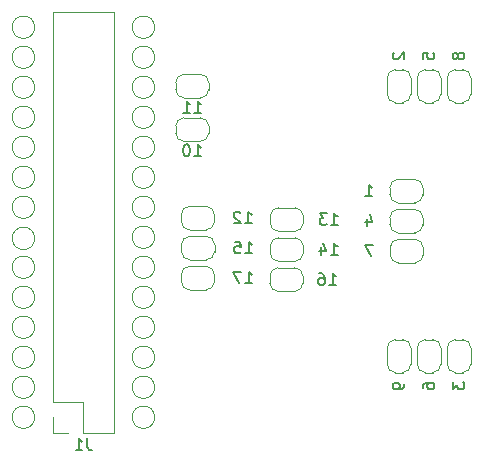
<source format=gbr>
%TF.GenerationSoftware,KiCad,Pcbnew,(6.0.4)*%
%TF.CreationDate,2024-03-23T15:20:54+02:00*%
%TF.ProjectId,EEE3088 Sensing,45454533-3038-4382-9053-656e73696e67,R1.0*%
%TF.SameCoordinates,Original*%
%TF.FileFunction,Legend,Bot*%
%TF.FilePolarity,Positive*%
%FSLAX46Y46*%
G04 Gerber Fmt 4.6, Leading zero omitted, Abs format (unit mm)*
G04 Created by KiCad (PCBNEW (6.0.4)) date 2024-03-23 15:20:54*
%MOMM*%
%LPD*%
G01*
G04 APERTURE LIST*
G04 Aperture macros list*
%AMFreePoly0*
4,1,22,0.500000,-0.750000,0.000000,-0.750000,0.000000,-0.745033,-0.079941,-0.743568,-0.215256,-0.701293,-0.333266,-0.622738,-0.424486,-0.514219,-0.481581,-0.384460,-0.499164,-0.250000,-0.500000,-0.250000,-0.500000,0.250000,-0.499164,0.250000,-0.499963,0.256109,-0.478152,0.396186,-0.417904,0.524511,-0.324060,0.630769,-0.204165,0.706417,-0.067858,0.745374,0.000000,0.744959,0.000000,0.750000,
0.500000,0.750000,0.500000,-0.750000,0.500000,-0.750000,$1*%
%AMFreePoly1*
4,1,20,0.000000,0.744959,0.073905,0.744508,0.209726,0.703889,0.328688,0.626782,0.421226,0.519385,0.479903,0.390333,0.500000,0.250000,0.500000,-0.250000,0.499851,-0.262216,0.476331,-0.402017,0.414519,-0.529596,0.319384,-0.634700,0.198574,-0.708877,0.061801,-0.746166,0.000000,-0.745033,0.000000,-0.750000,-0.500000,-0.750000,-0.500000,0.750000,0.000000,0.750000,0.000000,0.744959,
0.000000,0.744959,$1*%
G04 Aperture macros list end*
%ADD10C,0.150000*%
%ADD11C,0.120000*%
%ADD12FreePoly0,0.000000*%
%ADD13FreePoly1,0.000000*%
%ADD14FreePoly0,180.000000*%
%ADD15FreePoly1,180.000000*%
%ADD16FreePoly0,270.000000*%
%ADD17FreePoly1,270.000000*%
%ADD18FreePoly0,90.000000*%
%ADD19FreePoly1,90.000000*%
%ADD20C,1.800000*%
%ADD21R,1.800000X1.800000*%
%ADD22O,1.700000X1.700000*%
%ADD23R,1.700000X1.700000*%
%ADD24C,1.500000*%
G04 APERTURE END LIST*
D10*
%TO.C,17*%
X134302476Y-77668380D02*
X134873904Y-77668380D01*
X134588190Y-77668380D02*
X134588190Y-76668380D01*
X134683428Y-76811238D01*
X134778666Y-76906476D01*
X134873904Y-76954095D01*
X133969142Y-76668380D02*
X133302476Y-76668380D01*
X133731047Y-77668380D01*
%TO.C,16*%
X141414476Y-77795380D02*
X141985904Y-77795380D01*
X141700190Y-77795380D02*
X141700190Y-76795380D01*
X141795428Y-76938238D01*
X141890666Y-77033476D01*
X141985904Y-77081095D01*
X140557333Y-76795380D02*
X140747809Y-76795380D01*
X140843047Y-76843000D01*
X140890666Y-76890619D01*
X140985904Y-77033476D01*
X141033523Y-77223952D01*
X141033523Y-77604904D01*
X140985904Y-77700142D01*
X140938285Y-77747761D01*
X140843047Y-77795380D01*
X140652571Y-77795380D01*
X140557333Y-77747761D01*
X140509714Y-77700142D01*
X140462095Y-77604904D01*
X140462095Y-77366809D01*
X140509714Y-77271571D01*
X140557333Y-77223952D01*
X140652571Y-77176333D01*
X140843047Y-77176333D01*
X140938285Y-77223952D01*
X140985904Y-77271571D01*
X141033523Y-77366809D01*
%TO.C,15*%
X134302476Y-75128380D02*
X134873904Y-75128380D01*
X134588190Y-75128380D02*
X134588190Y-74128380D01*
X134683428Y-74271238D01*
X134778666Y-74366476D01*
X134873904Y-74414095D01*
X133397714Y-74128380D02*
X133873904Y-74128380D01*
X133921523Y-74604571D01*
X133873904Y-74556952D01*
X133778666Y-74509333D01*
X133540571Y-74509333D01*
X133445333Y-74556952D01*
X133397714Y-74604571D01*
X133350095Y-74699809D01*
X133350095Y-74937904D01*
X133397714Y-75033142D01*
X133445333Y-75080761D01*
X133540571Y-75128380D01*
X133778666Y-75128380D01*
X133873904Y-75080761D01*
X133921523Y-75033142D01*
%TO.C,14*%
X141541476Y-75255380D02*
X142112904Y-75255380D01*
X141827190Y-75255380D02*
X141827190Y-74255380D01*
X141922428Y-74398238D01*
X142017666Y-74493476D01*
X142112904Y-74541095D01*
X140684333Y-74588714D02*
X140684333Y-75255380D01*
X140922428Y-74207761D02*
X141160523Y-74922047D01*
X140541476Y-74922047D01*
%TO.C,13*%
X141541476Y-72715380D02*
X142112904Y-72715380D01*
X141827190Y-72715380D02*
X141827190Y-71715380D01*
X141922428Y-71858238D01*
X142017666Y-71953476D01*
X142112904Y-72001095D01*
X141208142Y-71715380D02*
X140589095Y-71715380D01*
X140922428Y-72096333D01*
X140779571Y-72096333D01*
X140684333Y-72143952D01*
X140636714Y-72191571D01*
X140589095Y-72286809D01*
X140589095Y-72524904D01*
X140636714Y-72620142D01*
X140684333Y-72667761D01*
X140779571Y-72715380D01*
X141065285Y-72715380D01*
X141160523Y-72667761D01*
X141208142Y-72620142D01*
%TO.C,12*%
X134272476Y-72588380D02*
X134843904Y-72588380D01*
X134558190Y-72588380D02*
X134558190Y-71588380D01*
X134653428Y-71731238D01*
X134748666Y-71826476D01*
X134843904Y-71874095D01*
X133891523Y-71683619D02*
X133843904Y-71636000D01*
X133748666Y-71588380D01*
X133510571Y-71588380D01*
X133415333Y-71636000D01*
X133367714Y-71683619D01*
X133320095Y-71778857D01*
X133320095Y-71874095D01*
X133367714Y-72016952D01*
X133939142Y-72588380D01*
X133320095Y-72588380D01*
%TO.C,11*%
X129999476Y-63212380D02*
X130570904Y-63212380D01*
X130285190Y-63212380D02*
X130285190Y-62212380D01*
X130380428Y-62355238D01*
X130475666Y-62450476D01*
X130570904Y-62498095D01*
X129047095Y-63212380D02*
X129618523Y-63212380D01*
X129332809Y-63212380D02*
X129332809Y-62212380D01*
X129428047Y-62355238D01*
X129523285Y-62450476D01*
X129618523Y-62498095D01*
%TO.C,10*%
X129999476Y-66895380D02*
X130570904Y-66895380D01*
X130285190Y-66895380D02*
X130285190Y-65895380D01*
X130380428Y-66038238D01*
X130475666Y-66133476D01*
X130570904Y-66181095D01*
X129380428Y-65895380D02*
X129285190Y-65895380D01*
X129189952Y-65943000D01*
X129142333Y-65990619D01*
X129094714Y-66085857D01*
X129047095Y-66276333D01*
X129047095Y-66514428D01*
X129094714Y-66704904D01*
X129142333Y-66800142D01*
X129189952Y-66847761D01*
X129285190Y-66895380D01*
X129380428Y-66895380D01*
X129475666Y-66847761D01*
X129523285Y-66800142D01*
X129570904Y-66704904D01*
X129618523Y-66514428D01*
X129618523Y-66276333D01*
X129570904Y-66085857D01*
X129523285Y-65990619D01*
X129475666Y-65943000D01*
X129380428Y-65895380D01*
%TO.C,9*%
X147772380Y-86169523D02*
X147772380Y-86360000D01*
X147724761Y-86455238D01*
X147677142Y-86502857D01*
X147534285Y-86598095D01*
X147343809Y-86645714D01*
X146962857Y-86645714D01*
X146867619Y-86598095D01*
X146820000Y-86550476D01*
X146772380Y-86455238D01*
X146772380Y-86264761D01*
X146820000Y-86169523D01*
X146867619Y-86121904D01*
X146962857Y-86074285D01*
X147200952Y-86074285D01*
X147296190Y-86121904D01*
X147343809Y-86169523D01*
X147391428Y-86264761D01*
X147391428Y-86455238D01*
X147343809Y-86550476D01*
X147296190Y-86598095D01*
X147200952Y-86645714D01*
%TO.C,8*%
X152280952Y-58324761D02*
X152233333Y-58229523D01*
X152185714Y-58181904D01*
X152090476Y-58134285D01*
X152042857Y-58134285D01*
X151947619Y-58181904D01*
X151900000Y-58229523D01*
X151852380Y-58324761D01*
X151852380Y-58515238D01*
X151900000Y-58610476D01*
X151947619Y-58658095D01*
X152042857Y-58705714D01*
X152090476Y-58705714D01*
X152185714Y-58658095D01*
X152233333Y-58610476D01*
X152280952Y-58515238D01*
X152280952Y-58324761D01*
X152328571Y-58229523D01*
X152376190Y-58181904D01*
X152471428Y-58134285D01*
X152661904Y-58134285D01*
X152757142Y-58181904D01*
X152804761Y-58229523D01*
X152852380Y-58324761D01*
X152852380Y-58515238D01*
X152804761Y-58610476D01*
X152757142Y-58658095D01*
X152661904Y-58705714D01*
X152471428Y-58705714D01*
X152376190Y-58658095D01*
X152328571Y-58610476D01*
X152280952Y-58515238D01*
%TO.C,7*%
X145143333Y-74382380D02*
X144476666Y-74382380D01*
X144905238Y-75382380D01*
%TO.C,6*%
X149312380Y-86550476D02*
X149312380Y-86360000D01*
X149360000Y-86264761D01*
X149407619Y-86217142D01*
X149550476Y-86121904D01*
X149740952Y-86074285D01*
X150121904Y-86074285D01*
X150217142Y-86121904D01*
X150264761Y-86169523D01*
X150312380Y-86264761D01*
X150312380Y-86455238D01*
X150264761Y-86550476D01*
X150217142Y-86598095D01*
X150121904Y-86645714D01*
X149883809Y-86645714D01*
X149788571Y-86598095D01*
X149740952Y-86550476D01*
X149693333Y-86455238D01*
X149693333Y-86264761D01*
X149740952Y-86169523D01*
X149788571Y-86121904D01*
X149883809Y-86074285D01*
%TO.C,5*%
X149312380Y-58658095D02*
X149312380Y-58181904D01*
X149788571Y-58134285D01*
X149740952Y-58181904D01*
X149693333Y-58277142D01*
X149693333Y-58515238D01*
X149740952Y-58610476D01*
X149788571Y-58658095D01*
X149883809Y-58705714D01*
X150121904Y-58705714D01*
X150217142Y-58658095D01*
X150264761Y-58610476D01*
X150312380Y-58515238D01*
X150312380Y-58277142D01*
X150264761Y-58181904D01*
X150217142Y-58134285D01*
%TO.C,4*%
X144589523Y-72175714D02*
X144589523Y-72842380D01*
X144827619Y-71794761D02*
X145065714Y-72509047D01*
X144446666Y-72509047D01*
%TO.C,3*%
X151852380Y-86026666D02*
X151852380Y-86645714D01*
X152233333Y-86312380D01*
X152233333Y-86455238D01*
X152280952Y-86550476D01*
X152328571Y-86598095D01*
X152423809Y-86645714D01*
X152661904Y-86645714D01*
X152757142Y-86598095D01*
X152804761Y-86550476D01*
X152852380Y-86455238D01*
X152852380Y-86169523D01*
X152804761Y-86074285D01*
X152757142Y-86026666D01*
%TO.C,2*%
X146867619Y-58134285D02*
X146820000Y-58181904D01*
X146772380Y-58277142D01*
X146772380Y-58515238D01*
X146820000Y-58610476D01*
X146867619Y-58658095D01*
X146962857Y-58705714D01*
X147058095Y-58705714D01*
X147200952Y-58658095D01*
X147772380Y-58086666D01*
X147772380Y-58705714D01*
%TO.C,1*%
X144464285Y-70302380D02*
X145035714Y-70302380D01*
X144750000Y-70302380D02*
X144750000Y-69302380D01*
X144845238Y-69445238D01*
X144940476Y-69540476D01*
X145035714Y-69588095D01*
%TO.C,J1*%
X120928333Y-90782380D02*
X120928333Y-91496666D01*
X120975952Y-91639523D01*
X121071190Y-91734761D01*
X121214047Y-91782380D01*
X121309285Y-91782380D01*
X119928333Y-91782380D02*
X120499761Y-91782380D01*
X120214047Y-91782380D02*
X120214047Y-90782380D01*
X120309285Y-90925238D01*
X120404523Y-91020476D01*
X120499761Y-91068095D01*
D11*
%TO.C,17*%
X129587000Y-78216000D02*
X130987000Y-78216000D01*
X130987000Y-76216000D02*
X129587000Y-76216000D01*
X131687000Y-77516000D02*
X131687000Y-76916000D01*
X128887000Y-76916000D02*
X128887000Y-77516000D01*
X130987000Y-78216000D02*
G75*
G03*
X131687000Y-77516000I0J700000D01*
G01*
X128887000Y-77516000D02*
G75*
G03*
X129587000Y-78216000I699999J-1D01*
G01*
X129587000Y-76216000D02*
G75*
G03*
X128887000Y-76916000I-1J-699999D01*
G01*
X131687000Y-76916000D02*
G75*
G03*
X130987000Y-76216000I-700000J0D01*
G01*
%TO.C,16*%
X137080000Y-78343000D02*
X138480000Y-78343000D01*
X138480000Y-76343000D02*
X137080000Y-76343000D01*
X139180000Y-77643000D02*
X139180000Y-77043000D01*
X136380000Y-77043000D02*
X136380000Y-77643000D01*
X138480000Y-78343000D02*
G75*
G03*
X139180000Y-77643000I0J700000D01*
G01*
X136380000Y-77643000D02*
G75*
G03*
X137080000Y-78343000I699999J-1D01*
G01*
X137080000Y-76343000D02*
G75*
G03*
X136380000Y-77043000I-1J-699999D01*
G01*
X139180000Y-77043000D02*
G75*
G03*
X138480000Y-76343000I-700000J0D01*
G01*
%TO.C,15*%
X131002000Y-73676000D02*
X129602000Y-73676000D01*
X129602000Y-75676000D02*
X131002000Y-75676000D01*
X128902000Y-74376000D02*
X128902000Y-74976000D01*
X131702000Y-74976000D02*
X131702000Y-74376000D01*
X129602000Y-73676000D02*
G75*
G03*
X128902000Y-74376000I0J-700000D01*
G01*
X131702000Y-74376000D02*
G75*
G03*
X131002000Y-73676000I-699999J1D01*
G01*
X131002000Y-75676000D02*
G75*
G03*
X131702000Y-74976000I1J699999D01*
G01*
X128902000Y-74976000D02*
G75*
G03*
X129602000Y-75676000I700000J0D01*
G01*
%TO.C,14*%
X137110000Y-75803000D02*
X138510000Y-75803000D01*
X138510000Y-73803000D02*
X137110000Y-73803000D01*
X139210000Y-75103000D02*
X139210000Y-74503000D01*
X136410000Y-74503000D02*
X136410000Y-75103000D01*
X138510000Y-75803000D02*
G75*
G03*
X139210000Y-75103000I0J700000D01*
G01*
X136410000Y-75103000D02*
G75*
G03*
X137110000Y-75803000I699999J-1D01*
G01*
X137110000Y-73803000D02*
G75*
G03*
X136410000Y-74503000I-1J-699999D01*
G01*
X139210000Y-74503000D02*
G75*
G03*
X138510000Y-73803000I-700000J0D01*
G01*
%TO.C,13*%
X137110000Y-73263000D02*
X138510000Y-73263000D01*
X138510000Y-71263000D02*
X137110000Y-71263000D01*
X139210000Y-72563000D02*
X139210000Y-71963000D01*
X136410000Y-71963000D02*
X136410000Y-72563000D01*
X138510000Y-73263000D02*
G75*
G03*
X139210000Y-72563000I0J700000D01*
G01*
X136410000Y-72563000D02*
G75*
G03*
X137110000Y-73263000I699999J-1D01*
G01*
X137110000Y-71263000D02*
G75*
G03*
X136410000Y-71963000I-1J-699999D01*
G01*
X139210000Y-71963000D02*
G75*
G03*
X138510000Y-71263000I-700000J0D01*
G01*
%TO.C,12*%
X129587000Y-73136000D02*
X130987000Y-73136000D01*
X130987000Y-71136000D02*
X129587000Y-71136000D01*
X131687000Y-72436000D02*
X131687000Y-71836000D01*
X128887000Y-71836000D02*
X128887000Y-72436000D01*
X130987000Y-73136000D02*
G75*
G03*
X131687000Y-72436000I0J700000D01*
G01*
X128887000Y-72436000D02*
G75*
G03*
X129587000Y-73136000I699999J-1D01*
G01*
X129587000Y-71136000D02*
G75*
G03*
X128887000Y-71836000I-1J-699999D01*
G01*
X131687000Y-71836000D02*
G75*
G03*
X130987000Y-71136000I-700000J0D01*
G01*
%TO.C,11*%
X129109000Y-61960000D02*
X130509000Y-61960000D01*
X130509000Y-59960000D02*
X129109000Y-59960000D01*
X131209000Y-61260000D02*
X131209000Y-60660000D01*
X128409000Y-60660000D02*
X128409000Y-61260000D01*
X130509000Y-61960000D02*
G75*
G03*
X131209000Y-61260000I0J700000D01*
G01*
X128409000Y-61260000D02*
G75*
G03*
X129109000Y-61960000I699999J-1D01*
G01*
X129109000Y-59960000D02*
G75*
G03*
X128409000Y-60660000I-1J-699999D01*
G01*
X131209000Y-60660000D02*
G75*
G03*
X130509000Y-59960000I-700000J0D01*
G01*
%TO.C,10*%
X129109000Y-65643000D02*
X130509000Y-65643000D01*
X130509000Y-63643000D02*
X129109000Y-63643000D01*
X131209000Y-64943000D02*
X131209000Y-64343000D01*
X128409000Y-64343000D02*
X128409000Y-64943000D01*
X130509000Y-65643000D02*
G75*
G03*
X131209000Y-64943000I0J700000D01*
G01*
X128409000Y-64943000D02*
G75*
G03*
X129109000Y-65643000I699999J-1D01*
G01*
X129109000Y-63643000D02*
G75*
G03*
X128409000Y-64343000I-1J-699999D01*
G01*
X131209000Y-64343000D02*
G75*
G03*
X130509000Y-63643000I-700000J0D01*
G01*
%TO.C,9*%
X146320000Y-83120000D02*
X146320000Y-84520000D01*
X148320000Y-84520000D02*
X148320000Y-83120000D01*
X147020000Y-85220000D02*
X147620000Y-85220000D01*
X147620000Y-82420000D02*
X147020000Y-82420000D01*
X146320000Y-84520000D02*
G75*
G03*
X147020000Y-85220000I700000J0D01*
G01*
X147020000Y-82420000D02*
G75*
G03*
X146320000Y-83120000I-1J-699999D01*
G01*
X148320000Y-83120000D02*
G75*
G03*
X147620000Y-82420000I-699999J1D01*
G01*
X147620000Y-85220000D02*
G75*
G03*
X148320000Y-84520000I0J700000D01*
G01*
%TO.C,8*%
X153400000Y-61660000D02*
X153400000Y-60260000D01*
X151400000Y-60260000D02*
X151400000Y-61660000D01*
X152700000Y-59560000D02*
X152100000Y-59560000D01*
X152100000Y-62360000D02*
X152700000Y-62360000D01*
X153400000Y-60260000D02*
G75*
G03*
X152700000Y-59560000I-700000J0D01*
G01*
X152700000Y-62360000D02*
G75*
G03*
X153400000Y-61660000I1J699999D01*
G01*
X151400000Y-61660000D02*
G75*
G03*
X152100000Y-62360000I699999J-1D01*
G01*
X152100000Y-59560000D02*
G75*
G03*
X151400000Y-60260000I0J-700000D01*
G01*
%TO.C,7*%
X147270000Y-75930000D02*
X148670000Y-75930000D01*
X148670000Y-73930000D02*
X147270000Y-73930000D01*
X149370000Y-75230000D02*
X149370000Y-74630000D01*
X146570000Y-74630000D02*
X146570000Y-75230000D01*
X148670000Y-75930000D02*
G75*
G03*
X149370000Y-75230000I0J700000D01*
G01*
X146570000Y-75230000D02*
G75*
G03*
X147270000Y-75930000I699999J-1D01*
G01*
X147270000Y-73930000D02*
G75*
G03*
X146570000Y-74630000I-1J-699999D01*
G01*
X149370000Y-74630000D02*
G75*
G03*
X148670000Y-73930000I-700000J0D01*
G01*
%TO.C,6*%
X148860000Y-83120000D02*
X148860000Y-84520000D01*
X150860000Y-84520000D02*
X150860000Y-83120000D01*
X149560000Y-85220000D02*
X150160000Y-85220000D01*
X150160000Y-82420000D02*
X149560000Y-82420000D01*
X148860000Y-84520000D02*
G75*
G03*
X149560000Y-85220000I700000J0D01*
G01*
X149560000Y-82420000D02*
G75*
G03*
X148860000Y-83120000I-1J-699999D01*
G01*
X150860000Y-83120000D02*
G75*
G03*
X150160000Y-82420000I-699999J1D01*
G01*
X150160000Y-85220000D02*
G75*
G03*
X150860000Y-84520000I0J700000D01*
G01*
%TO.C,5*%
X150860000Y-61660000D02*
X150860000Y-60260000D01*
X148860000Y-60260000D02*
X148860000Y-61660000D01*
X150160000Y-59560000D02*
X149560000Y-59560000D01*
X149560000Y-62360000D02*
X150160000Y-62360000D01*
X150860000Y-60260000D02*
G75*
G03*
X150160000Y-59560000I-700000J0D01*
G01*
X150160000Y-62360000D02*
G75*
G03*
X150860000Y-61660000I1J699999D01*
G01*
X148860000Y-61660000D02*
G75*
G03*
X149560000Y-62360000I699999J-1D01*
G01*
X149560000Y-59560000D02*
G75*
G03*
X148860000Y-60260000I0J-700000D01*
G01*
%TO.C,4*%
X147240000Y-73390000D02*
X148640000Y-73390000D01*
X148640000Y-71390000D02*
X147240000Y-71390000D01*
X149340000Y-72690000D02*
X149340000Y-72090000D01*
X146540000Y-72090000D02*
X146540000Y-72690000D01*
X148640000Y-73390000D02*
G75*
G03*
X149340000Y-72690000I0J700000D01*
G01*
X146540000Y-72690000D02*
G75*
G03*
X147240000Y-73390000I699999J-1D01*
G01*
X147240000Y-71390000D02*
G75*
G03*
X146540000Y-72090000I-1J-699999D01*
G01*
X149340000Y-72090000D02*
G75*
G03*
X148640000Y-71390000I-700000J0D01*
G01*
%TO.C,3*%
X151400000Y-83120000D02*
X151400000Y-84520000D01*
X153400000Y-84520000D02*
X153400000Y-83120000D01*
X152100000Y-85220000D02*
X152700000Y-85220000D01*
X152700000Y-82420000D02*
X152100000Y-82420000D01*
X151400000Y-84520000D02*
G75*
G03*
X152100000Y-85220000I700000J0D01*
G01*
X152100000Y-82420000D02*
G75*
G03*
X151400000Y-83120000I-1J-699999D01*
G01*
X153400000Y-83120000D02*
G75*
G03*
X152700000Y-82420000I-699999J1D01*
G01*
X152700000Y-85220000D02*
G75*
G03*
X153400000Y-84520000I0J700000D01*
G01*
%TO.C,2*%
X148320000Y-61660000D02*
X148320000Y-60260000D01*
X146320000Y-60260000D02*
X146320000Y-61660000D01*
X147620000Y-59560000D02*
X147020000Y-59560000D01*
X147020000Y-62360000D02*
X147620000Y-62360000D01*
X148320000Y-60260000D02*
G75*
G03*
X147620000Y-59560000I-700000J0D01*
G01*
X147620000Y-62360000D02*
G75*
G03*
X148320000Y-61660000I1J699999D01*
G01*
X146320000Y-61660000D02*
G75*
G03*
X147020000Y-62360000I699999J-1D01*
G01*
X147020000Y-59560000D02*
G75*
G03*
X146320000Y-60260000I0J-700000D01*
G01*
%TO.C,1*%
X149340000Y-69550000D02*
G75*
G03*
X148640000Y-68850000I-700000J0D01*
G01*
X147240000Y-68850000D02*
G75*
G03*
X146540000Y-69550000I-1J-699999D01*
G01*
X146540000Y-70150000D02*
G75*
G03*
X147240000Y-70850000I699999J-1D01*
G01*
X148640000Y-70850000D02*
G75*
G03*
X149340000Y-70150000I0J700000D01*
G01*
X146540000Y-69550000D02*
X146540000Y-70150000D01*
X149340000Y-70150000D02*
X149340000Y-69550000D01*
X148640000Y-68850000D02*
X147240000Y-68850000D01*
X147240000Y-70850000D02*
X148640000Y-70850000D01*
%TO.C,J1*%
X123195000Y-90330000D02*
X123195000Y-54650000D01*
X117995000Y-54650000D02*
X123195000Y-54650000D01*
X117995000Y-87730000D02*
X120595000Y-87730000D01*
X120595000Y-87730000D02*
X120595000Y-90330000D01*
X117995000Y-87730000D02*
X117995000Y-54650000D01*
X120595000Y-90330000D02*
X123195000Y-90330000D01*
X117995000Y-90330000D02*
X119325000Y-90330000D01*
X117995000Y-89000000D02*
X117995000Y-90330000D01*
%TO.C,TP12*%
X116470000Y-61060000D02*
G75*
G03*
X116470000Y-61060000I-950000J0D01*
G01*
%TO.C,TP14*%
X116470000Y-63600000D02*
G75*
G03*
X116470000Y-63600000I-950000J0D01*
G01*
%TO.C,TP2*%
X116470000Y-55980000D02*
G75*
G03*
X116470000Y-55980000I-950000J0D01*
G01*
%TO.C,TP4*%
X116470000Y-81380000D02*
G75*
G03*
X116470000Y-81380000I-950000J0D01*
G01*
%TO.C,TP18*%
X126630000Y-81380000D02*
G75*
G03*
X126630000Y-81380000I-950000J0D01*
G01*
%TO.C,TP21*%
X126630000Y-73760000D02*
G75*
G03*
X126630000Y-73760000I-950000J0D01*
G01*
%TO.C,TP11*%
X116470000Y-71220000D02*
G75*
G03*
X116470000Y-71220000I-950000J0D01*
G01*
%TO.C,TP16*%
X126630000Y-58520000D02*
G75*
G03*
X126630000Y-58520000I-950000J0D01*
G01*
%TO.C,TP1*%
X116470000Y-89000000D02*
G75*
G03*
X116470000Y-89000000I-950000J0D01*
G01*
%TO.C,TP28*%
X126630000Y-55980000D02*
G75*
G03*
X126630000Y-55980000I-950000J0D01*
G01*
%TO.C,TP19*%
X126630000Y-78840000D02*
G75*
G03*
X126630000Y-78840000I-950000J0D01*
G01*
%TO.C,TP24*%
X126630000Y-66140000D02*
G75*
G03*
X126630000Y-66140000I-950000J0D01*
G01*
%TO.C,TP17*%
X126630000Y-83920000D02*
G75*
G03*
X126630000Y-83920000I-950000J0D01*
G01*
%TO.C,TP8*%
X116470000Y-78840000D02*
G75*
G03*
X116470000Y-78840000I-950000J0D01*
G01*
%TO.C,TP26*%
X126630000Y-61060000D02*
G75*
G03*
X126630000Y-61060000I-950000J0D01*
G01*
%TO.C,TP7*%
X116470000Y-73860000D02*
G75*
G03*
X116470000Y-73860000I-950000J0D01*
G01*
%TO.C,TP10*%
X116470000Y-66140000D02*
G75*
G03*
X116470000Y-66140000I-950000J0D01*
G01*
%TO.C,TP9*%
X116470000Y-68680000D02*
G75*
G03*
X116470000Y-68680000I-950000J0D01*
G01*
%TO.C,TP5*%
X116470000Y-86460000D02*
G75*
G03*
X116470000Y-86460000I-950000J0D01*
G01*
%TO.C,TP6*%
X116470000Y-76300000D02*
G75*
G03*
X116470000Y-76300000I-950000J0D01*
G01*
%TO.C,TP15*%
X126630000Y-89000000D02*
G75*
G03*
X126630000Y-89000000I-950000J0D01*
G01*
%TO.C,TP13*%
X116470000Y-58520000D02*
G75*
G03*
X116470000Y-58520000I-950000J0D01*
G01*
%TO.C,TP20*%
X126630000Y-76300000D02*
G75*
G03*
X126630000Y-76300000I-950000J0D01*
G01*
%TO.C,TP22*%
X126630000Y-71220000D02*
G75*
G03*
X126630000Y-71220000I-950000J0D01*
G01*
%TO.C,TP27*%
X126630000Y-86460000D02*
G75*
G03*
X126630000Y-86460000I-950000J0D01*
G01*
%TO.C,TP3*%
X116470000Y-83920000D02*
G75*
G03*
X116470000Y-83920000I-950000J0D01*
G01*
%TO.C,TP25*%
X126630000Y-63600000D02*
G75*
G03*
X126630000Y-63600000I-950000J0D01*
G01*
%TO.C,TP23*%
X126630000Y-68680000D02*
G75*
G03*
X126630000Y-68680000I-950000J0D01*
G01*
%TD*%
%LPC*%
D12*
%TO.C,17*%
X129637000Y-77216000D03*
D13*
X130937000Y-77216000D03*
%TD*%
D12*
%TO.C,16*%
X137130000Y-77343000D03*
D13*
X138430000Y-77343000D03*
%TD*%
D14*
%TO.C,15*%
X130952000Y-74676000D03*
D15*
X129652000Y-74676000D03*
%TD*%
D12*
%TO.C,14*%
X137160000Y-74803000D03*
D13*
X138460000Y-74803000D03*
%TD*%
D12*
%TO.C,13*%
X137160000Y-72263000D03*
D13*
X138460000Y-72263000D03*
%TD*%
D12*
%TO.C,12*%
X129637000Y-72136000D03*
D13*
X130937000Y-72136000D03*
%TD*%
D12*
%TO.C,11*%
X129159000Y-60960000D03*
D13*
X130459000Y-60960000D03*
%TD*%
D12*
%TO.C,10*%
X129159000Y-64643000D03*
D13*
X130459000Y-64643000D03*
%TD*%
D16*
%TO.C,9*%
X147320000Y-83170000D03*
D17*
X147320000Y-84470000D03*
%TD*%
D18*
%TO.C,8*%
X152400000Y-61610000D03*
D19*
X152400000Y-60310000D03*
%TD*%
D12*
%TO.C,7*%
X147320000Y-74930000D03*
D13*
X148620000Y-74930000D03*
%TD*%
D16*
%TO.C,6*%
X149860000Y-83170000D03*
D17*
X149860000Y-84470000D03*
%TD*%
D18*
%TO.C,5*%
X149860000Y-61610000D03*
D19*
X149860000Y-60310000D03*
%TD*%
D12*
%TO.C,4*%
X147290000Y-72390000D03*
D13*
X148590000Y-72390000D03*
%TD*%
D16*
%TO.C,3*%
X152400000Y-83170000D03*
D17*
X152400000Y-84470000D03*
%TD*%
D18*
%TO.C,2*%
X147320000Y-61610000D03*
D19*
X147320000Y-60310000D03*
%TD*%
D13*
%TO.C,1*%
X148590000Y-69850000D03*
D12*
X147290000Y-69850000D03*
%TD*%
D20*
%TO.C,Q6*%
X151130000Y-89000000D03*
D21*
X148590000Y-89000000D03*
%TD*%
%TO.C,D2*%
X144830000Y-57815000D03*
D20*
X142290000Y-57815000D03*
%TD*%
%TO.C,Q4*%
X151080000Y-71220000D03*
D21*
X151080000Y-73760000D03*
%TD*%
%TO.C,Q5*%
X151130000Y-55880000D03*
D20*
X148590000Y-55880000D03*
%TD*%
D21*
%TO.C,D6*%
X142235000Y-87065000D03*
D20*
X144775000Y-87065000D03*
%TD*%
D21*
%TO.C,D1*%
X149145000Y-67415000D03*
D20*
X149145000Y-64875000D03*
%TD*%
D21*
%TO.C,D5*%
X157485000Y-57815000D03*
D20*
X154945000Y-57815000D03*
%TD*%
D21*
%TO.C,D4*%
X149145000Y-80115000D03*
D20*
X149145000Y-77575000D03*
%TD*%
D22*
%TO.C,J1*%
X121865000Y-55980000D03*
X119325000Y-55980000D03*
X121865000Y-58520000D03*
X119325000Y-58520000D03*
X121865000Y-61060000D03*
X119325000Y-61060000D03*
X121865000Y-63600000D03*
X119325000Y-63600000D03*
X121865000Y-66140000D03*
X119325000Y-66140000D03*
X121865000Y-68680000D03*
X119325000Y-68680000D03*
X121865000Y-71220000D03*
X119325000Y-71220000D03*
X121865000Y-73760000D03*
X119325000Y-73760000D03*
X121865000Y-76300000D03*
X119325000Y-76300000D03*
X121865000Y-78840000D03*
X119325000Y-78840000D03*
X121865000Y-81380000D03*
X119325000Y-81380000D03*
X121865000Y-83920000D03*
X119325000Y-83920000D03*
X121865000Y-86460000D03*
X119325000Y-86460000D03*
X121865000Y-89000000D03*
D23*
X119325000Y-89000000D03*
%TD*%
D21*
%TO.C,D3*%
X154935000Y-87065000D03*
D20*
X157475000Y-87065000D03*
%TD*%
D24*
%TO.C,TP12*%
X115520000Y-61060000D03*
%TD*%
%TO.C,TP14*%
X115520000Y-63600000D03*
%TD*%
%TO.C,TP2*%
X115520000Y-55980000D03*
%TD*%
%TO.C,TP4*%
X115520000Y-81380000D03*
%TD*%
%TO.C,TP18*%
X125680000Y-81380000D03*
%TD*%
%TO.C,TP21*%
X125680000Y-73760000D03*
%TD*%
%TO.C,TP11*%
X115520000Y-71220000D03*
%TD*%
%TO.C,TP16*%
X125680000Y-58520000D03*
%TD*%
%TO.C,TP1*%
X115520000Y-89000000D03*
%TD*%
%TO.C,TP28*%
X125680000Y-55980000D03*
%TD*%
%TO.C,TP19*%
X125680000Y-78840000D03*
%TD*%
%TO.C,TP24*%
X125680000Y-66140000D03*
%TD*%
%TO.C,TP17*%
X125680000Y-83920000D03*
%TD*%
%TO.C,TP8*%
X115520000Y-78840000D03*
%TD*%
%TO.C,TP26*%
X125680000Y-61060000D03*
%TD*%
%TO.C,TP7*%
X115520000Y-73860000D03*
%TD*%
%TO.C,TP10*%
X115520000Y-66140000D03*
%TD*%
%TO.C,TP9*%
X115520000Y-68680000D03*
%TD*%
%TO.C,TP5*%
X115520000Y-86460000D03*
%TD*%
%TO.C,TP6*%
X115520000Y-76300000D03*
%TD*%
%TO.C,TP15*%
X125680000Y-89000000D03*
%TD*%
%TO.C,TP13*%
X115520000Y-58520000D03*
%TD*%
%TO.C,TP20*%
X125680000Y-76300000D03*
%TD*%
%TO.C,TP22*%
X125680000Y-71220000D03*
%TD*%
%TO.C,TP27*%
X125680000Y-86460000D03*
%TD*%
%TO.C,TP3*%
X115520000Y-83920000D03*
%TD*%
%TO.C,TP25*%
X125680000Y-63600000D03*
%TD*%
%TO.C,TP23*%
X125680000Y-68680000D03*
%TD*%
M02*

</source>
